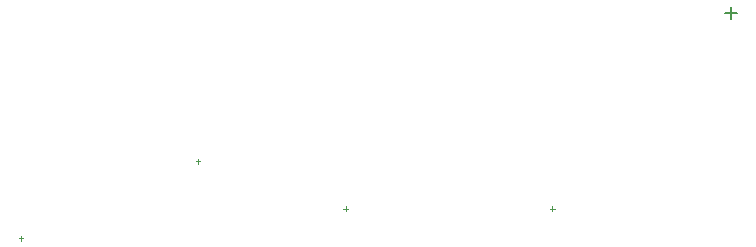
<source format=gm1>
%FSLAX24Y24*%
%MOIN*%
G70*
G01*
G75*
G04 Layer_Color=16711935*
%ADD10O,0.0709X0.0118*%
%ADD11O,0.0118X0.0709*%
%ADD12R,0.0571X0.0787*%
%ADD13R,0.0571X0.0354*%
%ADD14R,0.0315X0.0591*%
%ADD15R,0.0500X0.0360*%
%ADD16R,0.0360X0.0360*%
%ADD17R,0.0360X0.0500*%
%ADD18R,0.0360X0.0360*%
%ADD19R,0.0200X0.0500*%
%ADD20O,0.0394X0.1220*%
%ADD21R,0.0394X0.1220*%
%ADD22R,0.0200X0.0250*%
%ADD23R,0.0300X0.0300*%
%ADD24R,0.0236X0.0165*%
%ADD25R,0.0600X0.1000*%
%ADD26R,0.1000X0.0600*%
%ADD27R,0.0197X0.0906*%
%ADD28R,0.0787X0.0787*%
%ADD29R,0.0787X0.0984*%
%ADD30C,0.0500*%
%ADD31R,0.1181X0.0866*%
%ADD32R,0.0300X0.0300*%
%ADD33R,0.0866X0.1181*%
%ADD34O,0.0236X0.0866*%
%ADD35R,0.0590X0.0790*%
%ADD36R,0.1500X0.0790*%
%ADD37O,0.1220X0.0394*%
%ADD38R,0.1220X0.0394*%
%ADD39R,0.0787X0.0512*%
G04:AMPARAMS|DCode=40|XSize=78.7mil|YSize=51.2mil|CornerRadius=12.8mil|HoleSize=0mil|Usage=FLASHONLY|Rotation=180.000|XOffset=0mil|YOffset=0mil|HoleType=Round|Shape=RoundedRectangle|*
%AMROUNDEDRECTD40*
21,1,0.0787,0.0256,0,0,180.0*
21,1,0.0532,0.0512,0,0,180.0*
1,1,0.0256,-0.0266,0.0128*
1,1,0.0256,0.0266,0.0128*
1,1,0.0256,0.0266,-0.0128*
1,1,0.0256,-0.0266,-0.0128*
%
%ADD40ROUNDEDRECTD40*%
%ADD41C,0.0400*%
%ADD42C,0.0100*%
%ADD43C,0.0150*%
%ADD44C,0.0120*%
%ADD45C,0.0800*%
%ADD46C,0.1000*%
%ADD47C,0.0200*%
%ADD48C,0.0300*%
%ADD49C,0.0700*%
%ADD50C,0.0500*%
%ADD51C,0.0250*%
%ADD52C,0.0600*%
%ADD53R,0.4331X0.2953*%
%ADD54R,0.2362X0.2165*%
%ADD55R,0.3740X0.2953*%
%ADD56R,0.1378X0.0984*%
%ADD57R,0.5315X0.1378*%
%ADD58R,0.0591X0.0787*%
%ADD59R,0.0800X0.0800*%
%ADD60R,0.2510X0.3090*%
%ADD61R,0.0700X0.0700*%
%ADD62C,0.0700*%
%ADD63C,0.0591*%
%ADD64C,0.0900*%
%ADD65C,0.0354*%
%ADD66C,0.1000*%
%ADD67R,0.0700X0.0700*%
%ADD68C,0.0600*%
%ADD69C,0.2500*%
%ADD70C,0.0757*%
%ADD71C,0.0512*%
%ADD72C,0.0276*%
%ADD73R,0.0433X0.0492*%
%ADD74O,0.0800X0.0240*%
%ADD75R,0.0800X0.0240*%
%ADD76O,0.0240X0.0800*%
%ADD77R,0.0240X0.0800*%
%ADD78O,0.0827X0.0177*%
%ADD79O,0.0500X0.1000*%
%ADD80R,0.0500X0.1000*%
%ADD81O,0.1000X0.0500*%
%ADD82R,0.1000X0.0500*%
%ADD83R,0.0400X0.0500*%
%ADD84R,0.0500X0.0400*%
%ADD85R,0.0492X0.0433*%
%ADD86R,0.1280X0.1280*%
G04:AMPARAMS|DCode=87|XSize=9.8mil|YSize=35.4mil|CornerRadius=2.5mil|HoleSize=0mil|Usage=FLASHONLY|Rotation=0.000|XOffset=0mil|YOffset=0mil|HoleType=Round|Shape=RoundedRectangle|*
%AMROUNDEDRECTD87*
21,1,0.0098,0.0305,0,0,0.0*
21,1,0.0049,0.0354,0,0,0.0*
1,1,0.0049,0.0025,-0.0153*
1,1,0.0049,-0.0025,-0.0153*
1,1,0.0049,-0.0025,0.0153*
1,1,0.0049,0.0025,0.0153*
%
%ADD87ROUNDEDRECTD87*%
%ADD88R,0.0098X0.0354*%
%ADD89R,0.0354X0.0098*%
%ADD90R,0.0157X0.1575*%
%ADD91O,0.0157X0.1575*%
%ADD92R,0.0906X0.0906*%
%ADD93R,0.0906X0.0906*%
%ADD94R,0.0250X0.0200*%
%ADD95R,0.0157X0.0276*%
%ADD96O,0.0157X0.0276*%
%ADD97R,0.2362X0.3543*%
%ADD98R,0.5315X0.1575*%
%ADD99C,0.0040*%
%ADD100C,0.0098*%
%ADD101C,0.0236*%
%ADD102C,0.0050*%
%ADD103C,0.0079*%
%ADD104C,0.0060*%
%ADD105C,0.0080*%
%ADD106C,0.0059*%
%ADD107R,0.0197X0.0300*%
%ADD108R,0.0996X0.1000*%
%ADD109R,0.1000X0.0996*%
%ADD110O,0.0789X0.0198*%
%ADD111O,0.0198X0.0789*%
%ADD112R,0.0651X0.0867*%
%ADD113R,0.0651X0.0434*%
%ADD114R,0.0395X0.0671*%
%ADD115R,0.0580X0.0440*%
%ADD116R,0.0440X0.0440*%
%ADD117R,0.0440X0.0580*%
%ADD118R,0.0440X0.0440*%
%ADD119R,0.0280X0.0580*%
%ADD120O,0.0474X0.1300*%
%ADD121R,0.0474X0.1300*%
%ADD122R,0.0280X0.0330*%
%ADD123R,0.0380X0.0380*%
%ADD124R,0.0316X0.0245*%
%ADD125R,0.0680X0.1080*%
%ADD126R,0.1080X0.0680*%
%ADD127R,0.0277X0.0986*%
%ADD128R,0.0867X0.0867*%
%ADD129R,0.0867X0.1064*%
%ADD130C,0.0580*%
%ADD131R,0.1261X0.0946*%
%ADD132R,0.0380X0.0380*%
%ADD133R,0.0946X0.1261*%
%ADD134O,0.0316X0.0946*%
%ADD135R,0.0670X0.0870*%
%ADD136R,0.1580X0.0870*%
%ADD137O,0.1300X0.0474*%
%ADD138R,0.1300X0.0474*%
%ADD139R,0.0867X0.0592*%
G04:AMPARAMS|DCode=140|XSize=86.7mil|YSize=59.2mil|CornerRadius=16.8mil|HoleSize=0mil|Usage=FLASHONLY|Rotation=180.000|XOffset=0mil|YOffset=0mil|HoleType=Round|Shape=RoundedRectangle|*
%AMROUNDEDRECTD140*
21,1,0.0867,0.0256,0,0,180.0*
21,1,0.0532,0.0592,0,0,180.0*
1,1,0.0336,-0.0266,0.0128*
1,1,0.0336,0.0266,0.0128*
1,1,0.0336,0.0266,-0.0128*
1,1,0.0336,-0.0266,-0.0128*
%
%ADD140ROUNDEDRECTD140*%
%ADD141R,0.0780X0.0780*%
%ADD142C,0.0780*%
%ADD143C,0.0671*%
%ADD144C,0.0980*%
%ADD145C,0.0434*%
%ADD146C,0.1080*%
%ADD147R,0.0780X0.0780*%
%ADD148C,0.0680*%
%ADD149C,0.2580*%
%ADD150C,0.0837*%
%ADD151C,0.0592*%
%ADD152C,0.0356*%
%ADD153R,0.0513X0.0572*%
%ADD154O,0.0880X0.0320*%
%ADD155R,0.0880X0.0320*%
%ADD156O,0.0320X0.0880*%
%ADD157R,0.0320X0.0880*%
%ADD158O,0.0907X0.0257*%
%ADD159O,0.0580X0.1080*%
%ADD160R,0.0580X0.1080*%
%ADD161O,0.1080X0.0580*%
%ADD162R,0.1080X0.0580*%
%ADD163R,0.0480X0.0580*%
%ADD164R,0.0580X0.0480*%
%ADD165R,0.0572X0.0513*%
%ADD166R,0.1360X0.1360*%
G04:AMPARAMS|DCode=167|XSize=17.8mil|YSize=43.4mil|CornerRadius=6.5mil|HoleSize=0mil|Usage=FLASHONLY|Rotation=0.000|XOffset=0mil|YOffset=0mil|HoleType=Round|Shape=RoundedRectangle|*
%AMROUNDEDRECTD167*
21,1,0.0178,0.0305,0,0,0.0*
21,1,0.0049,0.0434,0,0,0.0*
1,1,0.0129,0.0025,-0.0153*
1,1,0.0129,-0.0025,-0.0153*
1,1,0.0129,-0.0025,0.0153*
1,1,0.0129,0.0025,0.0153*
%
%ADD167ROUNDEDRECTD167*%
%ADD168R,0.0178X0.0434*%
%ADD169R,0.0434X0.0178*%
%ADD170R,0.0237X0.1655*%
%ADD171O,0.0237X0.1655*%
%ADD172R,0.0986X0.0986*%
%ADD173R,0.0986X0.0986*%
%ADD174R,0.0330X0.0280*%
%ADD175R,0.0237X0.0356*%
%ADD176O,0.0237X0.0356*%
%ADD177C,0.0079*%
%ADD178C,0.0039*%
%ADD179R,0.0925X0.0407*%
%ADD180R,0.0407X0.0925*%
D106*
X27206Y14592D02*
X27606D01*
X27406Y14392D02*
Y14792D01*
D178*
X3661Y7087D02*
X3819D01*
X3740Y7008D02*
Y7165D01*
X14567Y7992D02*
Y8150D01*
X14488Y8071D02*
X14646D01*
X21457Y7992D02*
Y8150D01*
X21378Y8071D02*
X21535D01*
X9646Y9567D02*
Y9724D01*
X9567Y9646D02*
X9724D01*
M02*

</source>
